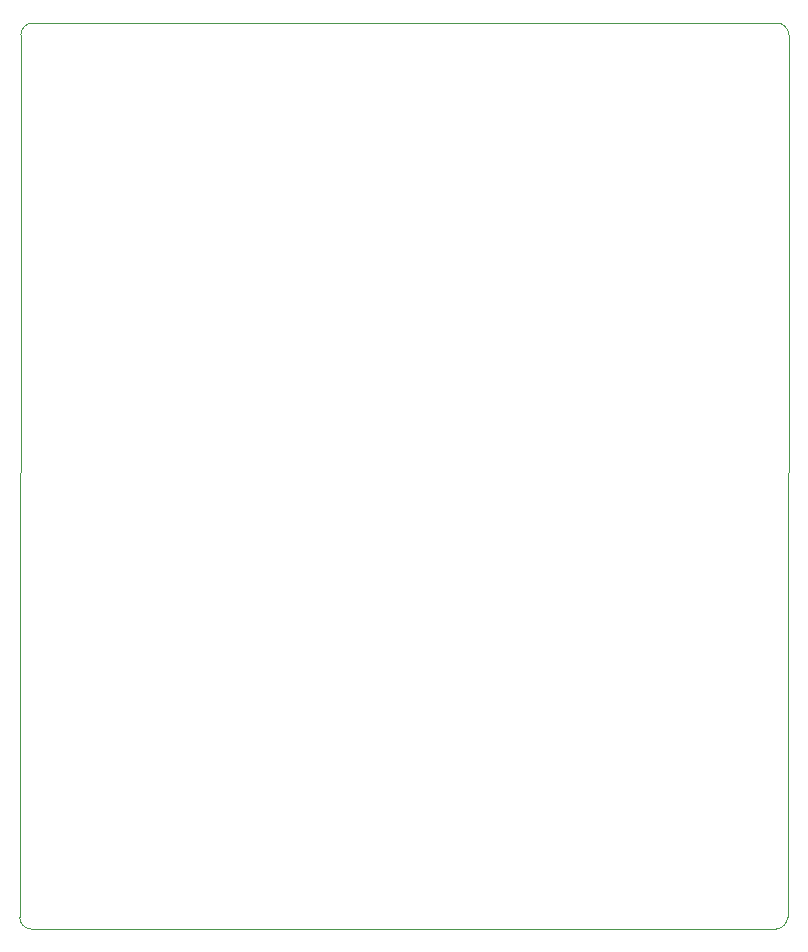
<source format=gbr>
%TF.GenerationSoftware,KiCad,Pcbnew,8.0.4*%
%TF.CreationDate,2025-06-08T20:42:27-04:00*%
%TF.ProjectId,12V-48V_Boost_Board,3132562d-3438-4565-9f42-6f6f73745f42,rev?*%
%TF.SameCoordinates,Original*%
%TF.FileFunction,Profile,NP*%
%FSLAX46Y46*%
G04 Gerber Fmt 4.6, Leading zero omitted, Abs format (unit mm)*
G04 Created by KiCad (PCBNEW 8.0.4) date 2025-06-08 20:42:27*
%MOMM*%
%LPD*%
G01*
G04 APERTURE LIST*
%TA.AperFunction,Profile*%
%ADD10C,0.050000*%
%TD*%
G04 APERTURE END LIST*
D10*
X170792002Y-68072000D02*
X107800002Y-68072000D01*
X107696002Y-144780000D02*
G75*
G02*
X106680000Y-143764000I-2J1016000D01*
G01*
X171704002Y-143764000D02*
G75*
G02*
X170688002Y-144780002I-1016002J0D01*
G01*
X106680002Y-143764000D02*
X106784002Y-69088000D01*
X107696002Y-144780000D02*
X170688002Y-144780000D01*
X171704002Y-143764000D02*
X171808002Y-69088000D01*
X106784002Y-69088000D02*
G75*
G02*
X107800002Y-68072002I1015998J0D01*
G01*
X170792002Y-68072000D02*
G75*
G02*
X171808000Y-69088000I-2J-1016000D01*
G01*
M02*

</source>
